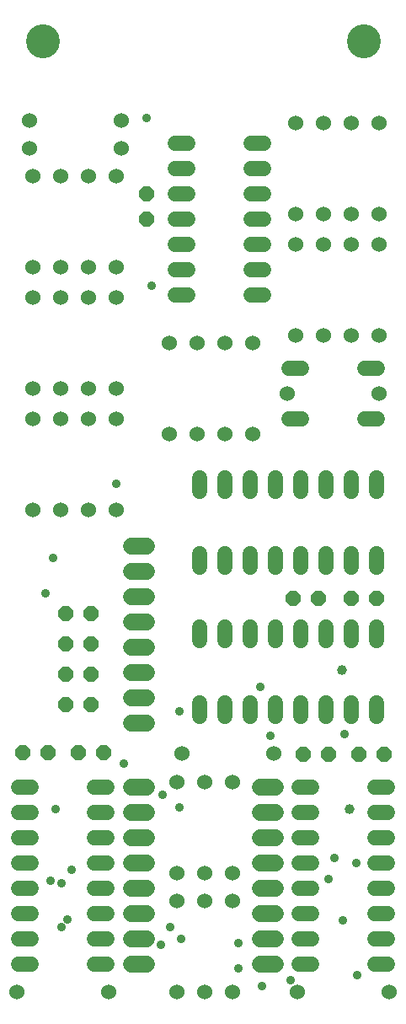
<source format=gts>
G75*
%MOIN*%
%OFA0B0*%
%FSLAX24Y24*%
%IPPOS*%
%LPD*%
%AMOC8*
5,1,8,0,0,1.08239X$1,22.5*
%
%ADD10C,0.1340*%
%ADD11C,0.0600*%
%ADD12C,0.0600*%
%ADD13OC8,0.0600*%
%ADD14C,0.0680*%
%ADD15C,0.0358*%
%ADD16C,0.0397*%
D10*
X001611Y038289D03*
X014327Y038289D03*
D11*
X010370Y034263D02*
X009850Y034263D01*
X009850Y033263D02*
X010370Y033263D01*
X010370Y032263D02*
X009850Y032263D01*
X009850Y031263D02*
X010370Y031263D01*
X010370Y030263D02*
X009850Y030263D01*
X009850Y029263D02*
X010370Y029263D01*
X010370Y028263D02*
X009850Y028263D01*
X011350Y025363D02*
X011870Y025363D01*
X011870Y023363D02*
X011350Y023363D01*
X011810Y021023D02*
X011810Y020503D01*
X010810Y020503D02*
X010810Y021023D01*
X009810Y021023D02*
X009810Y020503D01*
X008810Y020503D02*
X008810Y021023D01*
X007810Y021023D02*
X007810Y020503D01*
X007810Y018023D02*
X007810Y017503D01*
X008810Y017503D02*
X008810Y018023D01*
X009810Y018023D02*
X009810Y017503D01*
X010810Y017503D02*
X010810Y018023D01*
X011810Y018023D02*
X011810Y017503D01*
X012810Y017503D02*
X012810Y018023D01*
X013810Y018023D02*
X013810Y017503D01*
X014810Y017503D02*
X014810Y018023D01*
X014810Y020503D02*
X014810Y021023D01*
X014870Y023363D02*
X014350Y023363D01*
X013810Y021023D02*
X013810Y020503D01*
X012810Y020503D02*
X012810Y021023D01*
X014350Y025363D02*
X014870Y025363D01*
X014810Y015123D02*
X014810Y014603D01*
X013810Y014603D02*
X013810Y015123D01*
X012810Y015123D02*
X012810Y014603D01*
X011810Y014603D02*
X011810Y015123D01*
X010810Y015123D02*
X010810Y014603D01*
X009810Y014603D02*
X009810Y015123D01*
X008810Y015123D02*
X008810Y014603D01*
X007810Y014603D02*
X007810Y015123D01*
X007810Y012123D02*
X007810Y011603D01*
X008810Y011603D02*
X008810Y012123D01*
X009810Y012123D02*
X009810Y011603D01*
X010810Y011603D02*
X010810Y012123D01*
X011810Y012123D02*
X011810Y011603D01*
X012810Y011603D02*
X012810Y012123D01*
X013810Y012123D02*
X013810Y011603D01*
X014810Y011603D02*
X014810Y012123D01*
X014750Y008800D02*
X015270Y008800D01*
X015270Y007800D02*
X014750Y007800D01*
X014750Y006800D02*
X015270Y006800D01*
X015270Y005800D02*
X014750Y005800D01*
X014750Y004800D02*
X015270Y004800D01*
X015270Y003800D02*
X014750Y003800D01*
X014750Y002800D02*
X015270Y002800D01*
X015270Y001800D02*
X014750Y001800D01*
X012270Y001800D02*
X011750Y001800D01*
X011750Y002800D02*
X012270Y002800D01*
X012270Y003800D02*
X011750Y003800D01*
X011750Y004800D02*
X012270Y004800D01*
X012270Y005800D02*
X011750Y005800D01*
X011750Y006800D02*
X012270Y006800D01*
X012270Y007800D02*
X011750Y007800D01*
X011750Y008800D02*
X012270Y008800D01*
X004170Y008800D02*
X003650Y008800D01*
X003650Y007800D02*
X004170Y007800D01*
X004170Y006800D02*
X003650Y006800D01*
X003650Y005800D02*
X004170Y005800D01*
X004170Y004800D02*
X003650Y004800D01*
X003650Y003800D02*
X004170Y003800D01*
X004170Y002800D02*
X003650Y002800D01*
X003650Y001800D02*
X004170Y001800D01*
X001170Y001800D02*
X000650Y001800D01*
X000650Y002800D02*
X001170Y002800D01*
X001170Y003800D02*
X000650Y003800D01*
X000650Y004800D02*
X001170Y004800D01*
X001170Y005800D02*
X000650Y005800D01*
X000650Y006800D02*
X001170Y006800D01*
X001170Y007800D02*
X000650Y007800D01*
X000650Y008800D02*
X001170Y008800D01*
X006850Y028263D02*
X007370Y028263D01*
X007370Y029263D02*
X006850Y029263D01*
X006850Y030263D02*
X007370Y030263D01*
X007370Y031263D02*
X006850Y031263D01*
X006850Y032263D02*
X007370Y032263D01*
X007370Y033263D02*
X006850Y033263D01*
X006850Y034263D02*
X007370Y034263D01*
D12*
X000607Y000700D03*
X004213Y000700D03*
X006910Y000697D03*
X008010Y000697D03*
X009110Y000697D03*
X009110Y004303D03*
X009110Y005397D03*
X008010Y005397D03*
X008010Y004303D03*
X006910Y004303D03*
X006910Y005397D03*
X006910Y009003D03*
X007138Y010125D03*
X008010Y009003D03*
X009110Y009003D03*
X010745Y010125D03*
X011707Y000700D03*
X015313Y000700D03*
X009910Y022760D03*
X008810Y022760D03*
X007710Y022760D03*
X006610Y022760D03*
X006610Y026366D03*
X007710Y026366D03*
X008810Y026366D03*
X009910Y026366D03*
X011307Y024363D03*
X011610Y026660D03*
X012710Y026660D03*
X013810Y026660D03*
X014910Y026660D03*
X014913Y024363D03*
X014910Y030266D03*
X014910Y031460D03*
X013810Y031460D03*
X013810Y030266D03*
X012710Y030266D03*
X012710Y031460D03*
X011610Y031460D03*
X011610Y030266D03*
X011610Y035066D03*
X012710Y035066D03*
X013810Y035066D03*
X014910Y035066D03*
X004713Y035163D03*
X004713Y034063D03*
X004510Y032966D03*
X003410Y032966D03*
X002310Y032966D03*
X001210Y032966D03*
X001107Y034063D03*
X001107Y035163D03*
X001210Y029360D03*
X001210Y028166D03*
X002310Y028166D03*
X002310Y029360D03*
X003410Y029360D03*
X003410Y028166D03*
X004510Y028166D03*
X004510Y029360D03*
X004510Y024560D03*
X004510Y023366D03*
X003410Y023366D03*
X003410Y024560D03*
X002310Y024560D03*
X002310Y023366D03*
X001210Y023366D03*
X001210Y024560D03*
X001210Y019760D03*
X002310Y019760D03*
X003410Y019760D03*
X004510Y019760D03*
D13*
X003510Y015663D03*
X003510Y014463D03*
X003510Y013263D03*
X003510Y012063D03*
X003010Y010163D03*
X002510Y012063D03*
X002510Y013263D03*
X002510Y014463D03*
X002510Y015663D03*
X001810Y010163D03*
X000810Y010163D03*
X004010Y010163D03*
X011510Y016263D03*
X012510Y016263D03*
X013810Y016263D03*
X014810Y016263D03*
X015110Y010100D03*
X014110Y010100D03*
X012910Y010100D03*
X011910Y010100D03*
X005710Y031263D03*
X005710Y032263D03*
D14*
X005720Y018344D02*
X005120Y018344D01*
X005120Y017344D02*
X005720Y017344D01*
X005720Y016344D02*
X005120Y016344D01*
X005120Y015344D02*
X005720Y015344D01*
X005720Y014344D02*
X005120Y014344D01*
X005120Y013344D02*
X005720Y013344D01*
X005720Y012344D02*
X005120Y012344D01*
X005120Y011344D02*
X005720Y011344D01*
X005720Y008800D02*
X005120Y008800D01*
X005120Y007800D02*
X005720Y007800D01*
X005720Y006800D02*
X005120Y006800D01*
X005120Y005800D02*
X005720Y005800D01*
X005720Y004800D02*
X005120Y004800D01*
X005120Y003800D02*
X005720Y003800D01*
X005720Y002800D02*
X005120Y002800D01*
X005120Y001800D02*
X005720Y001800D01*
X010220Y001800D02*
X010820Y001800D01*
X010820Y002800D02*
X010220Y002800D01*
X010220Y003800D02*
X010820Y003800D01*
X010820Y004800D02*
X010220Y004800D01*
X010220Y005800D02*
X010820Y005800D01*
X010820Y006800D02*
X010220Y006800D01*
X010220Y007800D02*
X010820Y007800D01*
X010820Y008800D02*
X010220Y008800D01*
D15*
X010635Y010838D03*
X010235Y012763D03*
X013160Y006013D03*
X012935Y005163D03*
X013485Y003538D03*
X014060Y001363D03*
X014035Y005788D03*
X013560Y010913D03*
X011410Y001163D03*
X010285Y000938D03*
X009360Y001638D03*
X009360Y002638D03*
X007085Y002788D03*
X006660Y003263D03*
X006285Y002563D03*
X007010Y007988D03*
X006360Y008488D03*
X007010Y011788D03*
X004835Y009738D03*
X002760Y005538D03*
X002360Y005013D03*
X001910Y005113D03*
X002585Y003563D03*
X002360Y003263D03*
X002135Y007938D03*
X001710Y016463D03*
X002010Y017863D03*
X004535Y020813D03*
X005935Y028638D03*
X005710Y035263D03*
D16*
X013451Y013421D03*
X013751Y007921D03*
M02*

</source>
